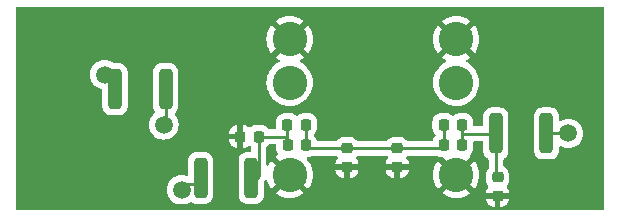
<source format=gbl>
G04 #@! TF.GenerationSoftware,KiCad,Pcbnew,7.0.9*
G04 #@! TF.CreationDate,2023-11-27T12:39:35-05:00*
G04 #@! TF.ProjectId,GE_3T_Wantcom_motherboard,47455f33-545f-4576-916e-74636f6d5f6d,0*
G04 #@! TF.SameCoordinates,Original*
G04 #@! TF.FileFunction,Copper,L2,Bot*
G04 #@! TF.FilePolarity,Positive*
%FSLAX46Y46*%
G04 Gerber Fmt 4.6, Leading zero omitted, Abs format (unit mm)*
G04 Created by KiCad (PCBNEW 7.0.9) date 2023-11-27 12:39:35*
%MOMM*%
%LPD*%
G01*
G04 APERTURE LIST*
G04 Aperture macros list*
%AMRoundRect*
0 Rectangle with rounded corners*
0 $1 Rounding radius*
0 $2 $3 $4 $5 $6 $7 $8 $9 X,Y pos of 4 corners*
0 Add a 4 corners polygon primitive as box body*
4,1,4,$2,$3,$4,$5,$6,$7,$8,$9,$2,$3,0*
0 Add four circle primitives for the rounded corners*
1,1,$1+$1,$2,$3*
1,1,$1+$1,$4,$5*
1,1,$1+$1,$6,$7*
1,1,$1+$1,$8,$9*
0 Add four rect primitives between the rounded corners*
20,1,$1+$1,$2,$3,$4,$5,0*
20,1,$1+$1,$4,$5,$6,$7,0*
20,1,$1+$1,$6,$7,$8,$9,0*
20,1,$1+$1,$8,$9,$2,$3,0*%
G04 Aperture macros list end*
G04 #@! TA.AperFunction,ComponentPad*
%ADD10C,3.500000*%
G04 #@! TD*
G04 #@! TA.AperFunction,ComponentPad*
%ADD11C,2.920000*%
G04 #@! TD*
G04 #@! TA.AperFunction,HeatsinkPad*
%ADD12R,1.500000X1.500000*%
G04 #@! TD*
G04 #@! TA.AperFunction,ComponentPad*
%ADD13R,1.500000X1.500000*%
G04 #@! TD*
G04 #@! TA.AperFunction,SMDPad,CuDef*
%ADD14RoundRect,0.225000X0.225000X0.250000X-0.225000X0.250000X-0.225000X-0.250000X0.225000X-0.250000X0*%
G04 #@! TD*
G04 #@! TA.AperFunction,SMDPad,CuDef*
%ADD15RoundRect,0.250000X-0.312500X-1.450000X0.312500X-1.450000X0.312500X1.450000X-0.312500X1.450000X0*%
G04 #@! TD*
G04 #@! TA.AperFunction,SMDPad,CuDef*
%ADD16RoundRect,0.250000X0.312500X1.450000X-0.312500X1.450000X-0.312500X-1.450000X0.312500X-1.450000X0*%
G04 #@! TD*
G04 #@! TA.AperFunction,SMDPad,CuDef*
%ADD17RoundRect,0.225000X0.250000X-0.225000X0.250000X0.225000X-0.250000X0.225000X-0.250000X-0.225000X0*%
G04 #@! TD*
G04 #@! TA.AperFunction,SMDPad,CuDef*
%ADD18RoundRect,0.218750X-0.218750X-0.256250X0.218750X-0.256250X0.218750X0.256250X-0.218750X0.256250X0*%
G04 #@! TD*
G04 #@! TA.AperFunction,SMDPad,CuDef*
%ADD19RoundRect,0.225000X-0.225000X-0.250000X0.225000X-0.250000X0.225000X0.250000X-0.225000X0.250000X0*%
G04 #@! TD*
G04 #@! TA.AperFunction,ViaPad*
%ADD20C,1.500000*%
G04 #@! TD*
G04 #@! TA.AperFunction,Conductor*
%ADD21C,0.250000*%
G04 #@! TD*
G04 APERTURE END LIST*
D10*
X158000000Y-114750000D03*
X167500000Y-102500000D03*
X202500000Y-102500000D03*
X202500000Y-114750000D03*
D11*
X178400000Y-106450000D03*
X192500000Y-106450000D03*
X178400000Y-102750000D03*
X178400000Y-114250000D03*
D12*
X181450000Y-102450000D03*
D13*
X181450000Y-106450000D03*
X181450000Y-110450000D03*
X181450000Y-114450000D03*
D12*
X185450000Y-102450000D03*
D13*
X185450000Y-106450000D03*
X185450000Y-110450000D03*
X185450000Y-114450000D03*
D12*
X189450000Y-102450000D03*
D13*
X189450000Y-106450000D03*
X189450000Y-110450000D03*
X189450000Y-114450000D03*
D11*
X192500000Y-102750000D03*
X192500000Y-114250000D03*
D14*
X179775000Y-111750000D03*
X178225000Y-111750000D03*
D15*
X170862500Y-114500000D03*
X175137500Y-114500000D03*
D14*
X192987500Y-111750000D03*
X191437500Y-111750000D03*
D16*
X200137500Y-110740000D03*
X195862500Y-110740000D03*
D17*
X183250000Y-113550000D03*
X183250000Y-112000000D03*
D18*
X191425000Y-110000000D03*
X193000000Y-110000000D03*
X178212500Y-110000000D03*
X179787500Y-110000000D03*
D19*
X174225000Y-111000000D03*
X175775000Y-111000000D03*
D15*
X163612500Y-107000000D03*
X167887500Y-107000000D03*
D17*
X187500000Y-113550000D03*
X187500000Y-112000000D03*
X196000000Y-116015000D03*
X196000000Y-114465000D03*
D20*
X170784800Y-104250000D03*
X156250000Y-106250000D03*
X170750000Y-111500000D03*
X157250000Y-101750000D03*
X204000000Y-111500000D03*
X156250000Y-111000000D03*
X202000000Y-110740000D03*
X167750000Y-110000000D03*
X169250000Y-115500000D03*
X162750000Y-105750000D03*
D21*
X167750000Y-110000000D02*
X167887500Y-109862500D01*
X167887500Y-109862500D02*
X167887500Y-107250000D01*
X178212500Y-111737500D02*
X178225000Y-111750000D01*
X175775000Y-111000000D02*
X178212500Y-111000000D01*
X175775000Y-114362500D02*
X175137500Y-115000000D01*
X178212500Y-109750000D02*
X178212500Y-110500000D01*
X178212500Y-110500000D02*
X178212500Y-111000000D01*
X175775000Y-111000000D02*
X175775000Y-114362500D01*
X178212500Y-111000000D02*
X178212500Y-111737500D01*
X191425000Y-109750000D02*
X191425000Y-111737500D01*
X179787500Y-111737500D02*
X179775000Y-111750000D01*
X191425000Y-111737500D02*
X191437500Y-111750000D01*
X191437500Y-112000000D02*
X179775000Y-112000000D01*
X179787500Y-109750000D02*
X179787500Y-111737500D01*
X195862500Y-110750000D02*
X193000000Y-110750000D01*
X195862500Y-110740000D02*
X195862500Y-112990000D01*
X193000000Y-109750000D02*
X193000000Y-110500000D01*
X195862500Y-114327500D02*
X196000000Y-114465000D01*
X195862500Y-112990000D02*
X195862500Y-114327500D01*
X193000000Y-110500000D02*
X193000000Y-111737500D01*
X193000000Y-111737500D02*
X192987500Y-111750000D01*
X202000000Y-110740000D02*
X200137500Y-110740000D01*
X169750000Y-115000000D02*
X170862500Y-115000000D01*
X169250000Y-115500000D02*
X169750000Y-115000000D01*
X162750000Y-105750000D02*
X163612500Y-105750000D01*
G04 #@! TA.AperFunction,Conductor*
G36*
X177217539Y-111645185D02*
G01*
X177263294Y-111697989D01*
X177274500Y-111749500D01*
X177274500Y-112048336D01*
X177274501Y-112048355D01*
X177284650Y-112147707D01*
X177284651Y-112147710D01*
X177337996Y-112308694D01*
X177338001Y-112308705D01*
X177402264Y-112412890D01*
X177420705Y-112480282D01*
X177399783Y-112546946D01*
X177356157Y-112586817D01*
X177337642Y-112596927D01*
X177202011Y-112698458D01*
X177910261Y-113406708D01*
X177840141Y-113445629D01*
X177689683Y-113574793D01*
X177568305Y-113731600D01*
X177555056Y-113758609D01*
X176848458Y-113052011D01*
X176746927Y-113187642D01*
X176633332Y-113395677D01*
X176583927Y-113445082D01*
X176515654Y-113459934D01*
X176450190Y-113435517D01*
X176408318Y-113379584D01*
X176400500Y-113336250D01*
X176400500Y-111924546D01*
X176420185Y-111857507D01*
X176447596Y-111827274D01*
X176453032Y-111822975D01*
X176453044Y-111822968D01*
X176572968Y-111703044D01*
X176584465Y-111684403D01*
X176636412Y-111637679D01*
X176690004Y-111625500D01*
X177150500Y-111625500D01*
X177217539Y-111645185D01*
G37*
G04 #@! TD.AperFunction*
G04 #@! TA.AperFunction,Conductor*
G36*
X204942539Y-100020185D02*
G01*
X204988294Y-100072989D01*
X204999500Y-100124500D01*
X204999500Y-117125500D01*
X204979815Y-117192539D01*
X204927011Y-117238294D01*
X204875500Y-117249500D01*
X155374500Y-117249500D01*
X155307461Y-117229815D01*
X155261706Y-117177011D01*
X155250500Y-117125500D01*
X155250500Y-115500002D01*
X167994723Y-115500002D01*
X168013793Y-115717975D01*
X168013793Y-115717979D01*
X168070422Y-115929322D01*
X168070424Y-115929326D01*
X168070425Y-115929330D01*
X168116661Y-116028484D01*
X168162897Y-116127638D01*
X168162898Y-116127639D01*
X168288402Y-116306877D01*
X168443123Y-116461598D01*
X168622361Y-116587102D01*
X168820670Y-116679575D01*
X169032023Y-116736207D01*
X169214926Y-116752208D01*
X169249998Y-116755277D01*
X169250000Y-116755277D01*
X169250002Y-116755277D01*
X169278254Y-116752805D01*
X169467977Y-116736207D01*
X169679330Y-116679575D01*
X169877639Y-116587102D01*
X169925761Y-116553405D01*
X169939939Y-116543479D01*
X170006145Y-116521151D01*
X170073912Y-116538161D01*
X170076160Y-116539514D01*
X170081342Y-116542710D01*
X170081344Y-116542712D01*
X170230666Y-116634814D01*
X170397203Y-116689999D01*
X170499991Y-116700500D01*
X171225008Y-116700499D01*
X171225016Y-116700498D01*
X171225019Y-116700498D01*
X171301042Y-116692732D01*
X171327797Y-116689999D01*
X171494334Y-116634814D01*
X171643656Y-116542712D01*
X171767712Y-116418656D01*
X171859814Y-116269334D01*
X171914999Y-116102797D01*
X171925500Y-116000009D01*
X171925500Y-116000001D01*
X174074500Y-116000001D01*
X174074501Y-116000018D01*
X174085000Y-116102796D01*
X174085001Y-116102799D01*
X174140185Y-116269331D01*
X174140187Y-116269336D01*
X174163345Y-116306881D01*
X174232288Y-116418656D01*
X174356344Y-116542712D01*
X174505666Y-116634814D01*
X174672203Y-116689999D01*
X174774991Y-116700500D01*
X175500008Y-116700499D01*
X175500016Y-116700498D01*
X175500019Y-116700498D01*
X175576042Y-116692732D01*
X175602797Y-116689999D01*
X175769334Y-116634814D01*
X175918656Y-116542712D01*
X176042712Y-116418656D01*
X176134814Y-116269334D01*
X176136250Y-116265000D01*
X195025001Y-116265000D01*
X195025001Y-116288322D01*
X195035144Y-116387607D01*
X195088452Y-116548481D01*
X195088457Y-116548492D01*
X195177424Y-116692728D01*
X195177427Y-116692732D01*
X195297267Y-116812572D01*
X195297271Y-116812575D01*
X195441507Y-116901542D01*
X195441518Y-116901547D01*
X195602393Y-116954855D01*
X195701683Y-116964999D01*
X195749999Y-116964998D01*
X195750000Y-116964998D01*
X195750000Y-116265000D01*
X196250000Y-116265000D01*
X196250000Y-116964999D01*
X196298308Y-116964999D01*
X196298322Y-116964998D01*
X196397607Y-116954855D01*
X196558481Y-116901547D01*
X196558492Y-116901542D01*
X196702728Y-116812575D01*
X196702732Y-116812572D01*
X196822572Y-116692732D01*
X196822575Y-116692728D01*
X196911542Y-116548492D01*
X196911547Y-116548481D01*
X196964855Y-116387606D01*
X196974999Y-116288322D01*
X196975000Y-116288309D01*
X196975000Y-116265000D01*
X196250000Y-116265000D01*
X195750000Y-116265000D01*
X195025001Y-116265000D01*
X176136250Y-116265000D01*
X176189999Y-116102797D01*
X176200500Y-116000009D01*
X176200499Y-114872953D01*
X176220184Y-114805915D01*
X176236822Y-114785269D01*
X176245115Y-114776976D01*
X176245115Y-114776975D01*
X176245120Y-114776971D01*
X176249379Y-114771478D01*
X176253152Y-114767061D01*
X176285062Y-114733082D01*
X176285067Y-114733071D01*
X176287227Y-114730101D01*
X176289530Y-114728324D01*
X176290406Y-114727392D01*
X176290556Y-114727533D01*
X176342553Y-114687430D01*
X176412166Y-114681445D01*
X176473964Y-114714045D01*
X176508327Y-114774880D01*
X176508718Y-114776616D01*
X176514589Y-114803603D01*
X176612567Y-115066294D01*
X176612569Y-115066298D01*
X176746927Y-115312357D01*
X176746932Y-115312365D01*
X176848457Y-115447988D01*
X176848458Y-115447988D01*
X177556496Y-114739949D01*
X177625018Y-114849881D01*
X177761637Y-114993604D01*
X177908044Y-115095507D01*
X177202010Y-115801540D01*
X177202011Y-115801541D01*
X177337634Y-115903067D01*
X177337642Y-115903072D01*
X177583701Y-116037430D01*
X177583705Y-116037432D01*
X177846400Y-116135411D01*
X178120341Y-116195004D01*
X178120348Y-116195005D01*
X178399999Y-116215007D01*
X178400001Y-116215007D01*
X178679651Y-116195005D01*
X178679658Y-116195004D01*
X178953599Y-116135411D01*
X179216294Y-116037432D01*
X179216298Y-116037430D01*
X179462357Y-115903072D01*
X179462358Y-115903071D01*
X179597988Y-115801540D01*
X178889738Y-115093291D01*
X178959859Y-115054371D01*
X179110317Y-114925207D01*
X179231695Y-114768400D01*
X179244943Y-114741391D01*
X179951540Y-115447988D01*
X180053071Y-115312358D01*
X180053072Y-115312357D01*
X180187430Y-115066298D01*
X180187432Y-115066294D01*
X180285411Y-114803599D01*
X180345004Y-114529658D01*
X180345005Y-114529651D01*
X180365007Y-114250001D01*
X180365007Y-114249998D01*
X180345005Y-113970348D01*
X180345004Y-113970341D01*
X180307948Y-113800000D01*
X182275001Y-113800000D01*
X182275001Y-113823322D01*
X182285144Y-113922607D01*
X182338452Y-114083481D01*
X182338457Y-114083492D01*
X182427424Y-114227728D01*
X182427427Y-114227732D01*
X182547267Y-114347572D01*
X182547271Y-114347575D01*
X182691507Y-114436542D01*
X182691518Y-114436547D01*
X182852393Y-114489855D01*
X182951683Y-114499999D01*
X182999999Y-114499998D01*
X183000000Y-114499998D01*
X183000000Y-113800000D01*
X183500000Y-113800000D01*
X183500000Y-114499999D01*
X183548308Y-114499999D01*
X183548322Y-114499998D01*
X183647607Y-114489855D01*
X183808481Y-114436547D01*
X183808492Y-114436542D01*
X183952728Y-114347575D01*
X183952732Y-114347572D01*
X184072572Y-114227732D01*
X184072575Y-114227728D01*
X184161542Y-114083492D01*
X184161547Y-114083481D01*
X184214855Y-113922606D01*
X184224999Y-113823322D01*
X184225000Y-113823309D01*
X184225000Y-113800000D01*
X186525001Y-113800000D01*
X186525001Y-113823322D01*
X186535144Y-113922607D01*
X186588452Y-114083481D01*
X186588457Y-114083492D01*
X186677424Y-114227728D01*
X186677427Y-114227732D01*
X186797267Y-114347572D01*
X186797271Y-114347575D01*
X186941507Y-114436542D01*
X186941518Y-114436547D01*
X187102393Y-114489855D01*
X187201683Y-114499999D01*
X187249999Y-114499998D01*
X187250000Y-114499998D01*
X187250000Y-113800000D01*
X187750000Y-113800000D01*
X187750000Y-114499999D01*
X187798308Y-114499999D01*
X187798322Y-114499998D01*
X187897607Y-114489855D01*
X188058481Y-114436547D01*
X188058492Y-114436542D01*
X188202728Y-114347575D01*
X188202732Y-114347572D01*
X188322572Y-114227732D01*
X188322575Y-114227728D01*
X188411542Y-114083492D01*
X188411547Y-114083481D01*
X188464855Y-113922606D01*
X188474999Y-113823322D01*
X188475000Y-113823309D01*
X188475000Y-113800000D01*
X187750000Y-113800000D01*
X187250000Y-113800000D01*
X186525001Y-113800000D01*
X184225000Y-113800000D01*
X183500000Y-113800000D01*
X183000000Y-113800000D01*
X182275001Y-113800000D01*
X180307948Y-113800000D01*
X180285411Y-113696400D01*
X180187432Y-113433705D01*
X180187430Y-113433701D01*
X180053072Y-113187642D01*
X180053067Y-113187634D01*
X179885059Y-112963201D01*
X179885043Y-112963183D01*
X179859040Y-112937180D01*
X179825555Y-112875857D01*
X179830539Y-112806165D01*
X179872411Y-112750232D01*
X179937875Y-112725815D01*
X179946715Y-112725499D01*
X180048344Y-112725499D01*
X180048352Y-112725498D01*
X180048355Y-112725498D01*
X180102760Y-112719940D01*
X180147708Y-112715349D01*
X180308697Y-112662003D01*
X180337946Y-112643961D01*
X180403043Y-112625500D01*
X182325453Y-112625500D01*
X182392492Y-112645185D01*
X182422724Y-112672595D01*
X182427036Y-112678049D01*
X182436659Y-112687672D01*
X182470144Y-112748995D01*
X182465160Y-112818687D01*
X182436665Y-112863028D01*
X182427430Y-112872264D01*
X182427424Y-112872271D01*
X182338457Y-113016507D01*
X182338452Y-113016518D01*
X182285144Y-113177393D01*
X182275000Y-113276677D01*
X182275000Y-113300000D01*
X184224999Y-113300000D01*
X184224999Y-113276692D01*
X184224998Y-113276677D01*
X184214855Y-113177392D01*
X184161547Y-113016518D01*
X184161542Y-113016507D01*
X184072575Y-112872271D01*
X184072572Y-112872267D01*
X184063339Y-112863034D01*
X184029854Y-112801711D01*
X184034838Y-112732019D01*
X184063343Y-112687668D01*
X184072968Y-112678044D01*
X184072970Y-112678039D01*
X184077281Y-112672590D01*
X184134303Y-112632213D01*
X184174548Y-112625500D01*
X186575453Y-112625500D01*
X186642492Y-112645185D01*
X186672724Y-112672595D01*
X186677036Y-112678049D01*
X186686659Y-112687672D01*
X186720144Y-112748995D01*
X186715160Y-112818687D01*
X186686665Y-112863028D01*
X186677430Y-112872264D01*
X186677424Y-112872271D01*
X186588457Y-113016507D01*
X186588452Y-113016518D01*
X186535144Y-113177393D01*
X186525000Y-113276677D01*
X186525000Y-113300000D01*
X188474999Y-113300000D01*
X188474999Y-113276692D01*
X188474998Y-113276677D01*
X188464855Y-113177392D01*
X188411547Y-113016518D01*
X188411542Y-113016507D01*
X188322575Y-112872271D01*
X188322572Y-112872267D01*
X188313339Y-112863034D01*
X188279854Y-112801711D01*
X188284838Y-112732019D01*
X188313343Y-112687668D01*
X188322968Y-112678044D01*
X188322970Y-112678039D01*
X188327281Y-112672590D01*
X188384303Y-112632213D01*
X188424548Y-112625500D01*
X190809457Y-112625500D01*
X190874553Y-112643961D01*
X190898377Y-112658656D01*
X190901643Y-112660671D01*
X190903803Y-112662003D01*
X191064792Y-112715349D01*
X191164155Y-112725500D01*
X191277691Y-112725499D01*
X191344729Y-112745183D01*
X191365371Y-112761818D01*
X192010261Y-113406708D01*
X191940141Y-113445629D01*
X191789683Y-113574793D01*
X191668305Y-113731600D01*
X191655056Y-113758609D01*
X190948458Y-113052011D01*
X190846927Y-113187642D01*
X190712569Y-113433701D01*
X190712567Y-113433705D01*
X190614588Y-113696400D01*
X190554995Y-113970341D01*
X190554994Y-113970348D01*
X190534993Y-114249998D01*
X190534993Y-114250001D01*
X190554994Y-114529651D01*
X190554995Y-114529658D01*
X190614588Y-114803599D01*
X190712567Y-115066294D01*
X190712569Y-115066298D01*
X190846927Y-115312357D01*
X190846932Y-115312365D01*
X190948457Y-115447988D01*
X190948458Y-115447988D01*
X191656496Y-114739949D01*
X191725018Y-114849881D01*
X191861637Y-114993604D01*
X192008044Y-115095507D01*
X191302010Y-115801540D01*
X191302011Y-115801541D01*
X191437634Y-115903067D01*
X191437642Y-115903072D01*
X191683701Y-116037430D01*
X191683705Y-116037432D01*
X191946400Y-116135411D01*
X192220341Y-116195004D01*
X192220348Y-116195005D01*
X192499999Y-116215007D01*
X192500001Y-116215007D01*
X192779651Y-116195005D01*
X192779658Y-116195004D01*
X193053599Y-116135411D01*
X193316294Y-116037432D01*
X193316298Y-116037430D01*
X193562357Y-115903072D01*
X193562358Y-115903071D01*
X193697988Y-115801540D01*
X192989738Y-115093291D01*
X193059859Y-115054371D01*
X193210317Y-114925207D01*
X193331695Y-114768400D01*
X193344943Y-114741391D01*
X194051540Y-115447988D01*
X194153071Y-115312358D01*
X194153072Y-115312357D01*
X194287430Y-115066298D01*
X194287432Y-115066294D01*
X194385411Y-114803599D01*
X194445004Y-114529658D01*
X194445005Y-114529651D01*
X194465007Y-114250001D01*
X194465007Y-114249998D01*
X194445005Y-113970348D01*
X194445004Y-113970341D01*
X194385411Y-113696400D01*
X194287432Y-113433705D01*
X194287430Y-113433701D01*
X194153072Y-113187642D01*
X194153067Y-113187634D01*
X194051541Y-113052011D01*
X194051540Y-113052010D01*
X193343502Y-113760048D01*
X193274982Y-113650119D01*
X193138363Y-113506396D01*
X192991954Y-113404492D01*
X193697988Y-112698458D01*
X193696862Y-112682720D01*
X193680356Y-112660671D01*
X193675370Y-112590980D01*
X193708851Y-112529660D01*
X193785468Y-112453044D01*
X193874503Y-112308697D01*
X193927849Y-112147708D01*
X193938000Y-112048345D01*
X193937999Y-111499499D01*
X193957683Y-111432461D01*
X194010487Y-111386706D01*
X194061999Y-111375500D01*
X194675501Y-111375500D01*
X194742540Y-111395185D01*
X194788295Y-111447989D01*
X194799501Y-111499500D01*
X194799501Y-112240018D01*
X194810000Y-112342796D01*
X194810001Y-112342799D01*
X194865185Y-112509331D01*
X194865187Y-112509336D01*
X194888385Y-112546946D01*
X194957288Y-112658656D01*
X195081344Y-112782712D01*
X195178097Y-112842389D01*
X195224821Y-112894335D01*
X195237000Y-112947927D01*
X195237000Y-113675626D01*
X195217315Y-113742665D01*
X195200681Y-113763307D01*
X195177032Y-113786955D01*
X195177029Y-113786959D01*
X195088001Y-113931294D01*
X195087996Y-113931305D01*
X195034651Y-114092290D01*
X195024500Y-114191647D01*
X195024500Y-114738337D01*
X195024501Y-114738355D01*
X195034650Y-114837707D01*
X195034651Y-114837710D01*
X195087996Y-114998694D01*
X195088001Y-114998705D01*
X195177029Y-115143040D01*
X195177032Y-115143044D01*
X195186660Y-115152672D01*
X195220145Y-115213995D01*
X195215161Y-115283687D01*
X195186663Y-115328031D01*
X195177428Y-115337265D01*
X195177424Y-115337271D01*
X195088457Y-115481507D01*
X195088452Y-115481518D01*
X195035144Y-115642393D01*
X195025000Y-115741677D01*
X195025000Y-115765000D01*
X196974999Y-115765000D01*
X196974999Y-115741692D01*
X196974998Y-115741677D01*
X196964855Y-115642392D01*
X196911547Y-115481518D01*
X196911542Y-115481507D01*
X196822575Y-115337271D01*
X196822572Y-115337267D01*
X196813339Y-115328034D01*
X196779854Y-115266711D01*
X196784838Y-115197019D01*
X196813343Y-115152668D01*
X196822968Y-115143044D01*
X196912003Y-114998697D01*
X196965349Y-114837708D01*
X196975500Y-114738345D01*
X196975499Y-114191656D01*
X196975434Y-114191024D01*
X196965349Y-114092292D01*
X196965348Y-114092289D01*
X196924941Y-113970348D01*
X196912003Y-113931303D01*
X196911999Y-113931297D01*
X196911998Y-113931294D01*
X196822970Y-113786959D01*
X196822967Y-113786955D01*
X196703043Y-113667031D01*
X196552550Y-113574205D01*
X196553346Y-113572914D01*
X196507153Y-113532238D01*
X196488000Y-113466033D01*
X196488000Y-112947927D01*
X196507685Y-112880888D01*
X196546901Y-112842390D01*
X196643656Y-112782712D01*
X196767712Y-112658656D01*
X196859814Y-112509334D01*
X196914999Y-112342797D01*
X196925500Y-112240009D01*
X196925500Y-112240001D01*
X199074500Y-112240001D01*
X199074501Y-112240018D01*
X199085000Y-112342796D01*
X199085001Y-112342799D01*
X199140185Y-112509331D01*
X199140187Y-112509336D01*
X199163385Y-112546946D01*
X199232288Y-112658656D01*
X199356344Y-112782712D01*
X199505666Y-112874814D01*
X199672203Y-112929999D01*
X199774991Y-112940500D01*
X200500008Y-112940499D01*
X200500016Y-112940498D01*
X200500019Y-112940498D01*
X200556302Y-112934748D01*
X200602797Y-112929999D01*
X200769334Y-112874814D01*
X200918656Y-112782712D01*
X201042712Y-112658656D01*
X201134814Y-112509334D01*
X201189999Y-112342797D01*
X201200500Y-112240009D01*
X201200499Y-111941600D01*
X201220183Y-111874563D01*
X201272987Y-111828808D01*
X201342146Y-111818864D01*
X201376901Y-111829219D01*
X201570670Y-111919575D01*
X201782023Y-111976207D01*
X201964926Y-111992208D01*
X201999998Y-111995277D01*
X202000000Y-111995277D01*
X202000002Y-111995277D01*
X202028254Y-111992805D01*
X202217977Y-111976207D01*
X202429330Y-111919575D01*
X202627639Y-111827102D01*
X202806877Y-111701598D01*
X202961598Y-111546877D01*
X203087102Y-111367639D01*
X203179575Y-111169330D01*
X203236207Y-110957977D01*
X203255277Y-110740000D01*
X203236207Y-110522023D01*
X203179575Y-110310670D01*
X203087102Y-110112362D01*
X203087100Y-110112359D01*
X203087099Y-110112357D01*
X202961599Y-109933124D01*
X202961598Y-109933123D01*
X202806877Y-109778402D01*
X202668978Y-109681844D01*
X202627638Y-109652897D01*
X202508441Y-109597315D01*
X202429330Y-109560425D01*
X202429326Y-109560424D01*
X202429322Y-109560422D01*
X202217977Y-109503793D01*
X202000002Y-109484723D01*
X201999998Y-109484723D01*
X201854682Y-109497436D01*
X201782023Y-109503793D01*
X201782020Y-109503793D01*
X201570677Y-109560422D01*
X201570668Y-109560426D01*
X201376904Y-109650780D01*
X201307826Y-109661272D01*
X201244042Y-109632752D01*
X201205803Y-109574276D01*
X201200499Y-109538398D01*
X201200499Y-109239998D01*
X201200498Y-109239981D01*
X201189999Y-109137203D01*
X201189998Y-109137200D01*
X201162134Y-109053112D01*
X201134814Y-108970666D01*
X201042712Y-108821344D01*
X200918656Y-108697288D01*
X200769334Y-108605186D01*
X200602797Y-108550001D01*
X200602795Y-108550000D01*
X200500010Y-108539500D01*
X199774998Y-108539500D01*
X199774980Y-108539501D01*
X199672203Y-108550000D01*
X199672200Y-108550001D01*
X199505668Y-108605185D01*
X199505663Y-108605187D01*
X199356342Y-108697289D01*
X199232289Y-108821342D01*
X199140187Y-108970663D01*
X199140186Y-108970666D01*
X199085001Y-109137203D01*
X199085001Y-109137204D01*
X199085000Y-109137204D01*
X199074500Y-109239983D01*
X199074500Y-112240001D01*
X196925500Y-112240001D01*
X196925499Y-109239992D01*
X196914999Y-109137203D01*
X196859814Y-108970666D01*
X196767712Y-108821344D01*
X196643656Y-108697288D01*
X196494334Y-108605186D01*
X196327797Y-108550001D01*
X196327795Y-108550000D01*
X196225010Y-108539500D01*
X195499998Y-108539500D01*
X195499980Y-108539501D01*
X195397203Y-108550000D01*
X195397200Y-108550001D01*
X195230668Y-108605185D01*
X195230663Y-108605187D01*
X195081342Y-108697289D01*
X194957289Y-108821342D01*
X194865187Y-108970663D01*
X194865186Y-108970666D01*
X194810001Y-109137203D01*
X194810001Y-109137204D01*
X194810000Y-109137204D01*
X194799500Y-109239983D01*
X194799500Y-110000500D01*
X194779815Y-110067539D01*
X194727011Y-110113294D01*
X194675500Y-110124500D01*
X194062000Y-110124500D01*
X193994961Y-110104815D01*
X193949206Y-110052011D01*
X193938000Y-110000500D01*
X193938000Y-109695831D01*
X193937999Y-109695818D01*
X193927936Y-109597316D01*
X193927936Y-109597315D01*
X193875049Y-109437713D01*
X193875045Y-109437707D01*
X193875044Y-109437704D01*
X193786783Y-109294612D01*
X193786780Y-109294608D01*
X193667891Y-109175719D01*
X193667887Y-109175716D01*
X193524795Y-109087455D01*
X193524789Y-109087452D01*
X193524787Y-109087451D01*
X193365185Y-109034564D01*
X193365183Y-109034563D01*
X193266681Y-109024500D01*
X193266674Y-109024500D01*
X192733326Y-109024500D01*
X192733318Y-109024500D01*
X192634816Y-109034563D01*
X192634815Y-109034564D01*
X192578841Y-109053112D01*
X192475215Y-109087450D01*
X192475204Y-109087455D01*
X192332112Y-109175716D01*
X192332108Y-109175719D01*
X192300181Y-109207647D01*
X192238858Y-109241132D01*
X192169166Y-109236148D01*
X192124819Y-109207647D01*
X192092891Y-109175719D01*
X192092887Y-109175716D01*
X191949795Y-109087455D01*
X191949789Y-109087452D01*
X191949787Y-109087451D01*
X191790185Y-109034564D01*
X191790183Y-109034563D01*
X191691681Y-109024500D01*
X191691674Y-109024500D01*
X191158326Y-109024500D01*
X191158318Y-109024500D01*
X191059816Y-109034563D01*
X191059815Y-109034564D01*
X191003841Y-109053112D01*
X190900215Y-109087450D01*
X190900204Y-109087455D01*
X190757112Y-109175716D01*
X190757108Y-109175719D01*
X190638219Y-109294608D01*
X190638216Y-109294612D01*
X190549955Y-109437704D01*
X190549951Y-109437713D01*
X190497064Y-109597315D01*
X190497064Y-109597316D01*
X190497063Y-109597316D01*
X190487000Y-109695818D01*
X190487000Y-110304181D01*
X190497063Y-110402683D01*
X190549950Y-110562284D01*
X190549955Y-110562295D01*
X190638216Y-110705387D01*
X190638219Y-110705391D01*
X190721976Y-110789148D01*
X190755461Y-110850471D01*
X190750477Y-110920163D01*
X190721977Y-110964509D01*
X190639532Y-111046955D01*
X190639529Y-111046959D01*
X190550501Y-111191294D01*
X190550496Y-111191305D01*
X190517957Y-111289504D01*
X190478185Y-111346949D01*
X190413669Y-111373772D01*
X190400251Y-111374500D01*
X188424547Y-111374500D01*
X188357508Y-111354815D01*
X188327276Y-111327405D01*
X188322967Y-111321955D01*
X188290516Y-111289504D01*
X188203044Y-111202032D01*
X188203041Y-111202030D01*
X188203040Y-111202029D01*
X188058705Y-111113001D01*
X188058699Y-111112998D01*
X188058697Y-111112997D01*
X188058694Y-111112996D01*
X187897709Y-111059651D01*
X187798346Y-111049500D01*
X187201662Y-111049500D01*
X187201644Y-111049501D01*
X187102292Y-111059650D01*
X187102289Y-111059651D01*
X186941305Y-111112996D01*
X186941294Y-111113001D01*
X186796959Y-111202029D01*
X186677032Y-111321955D01*
X186672724Y-111327405D01*
X186615704Y-111367785D01*
X186575453Y-111374500D01*
X184174547Y-111374500D01*
X184107508Y-111354815D01*
X184077276Y-111327405D01*
X184072967Y-111321955D01*
X184040516Y-111289504D01*
X183953044Y-111202032D01*
X183953041Y-111202030D01*
X183953040Y-111202029D01*
X183808705Y-111113001D01*
X183808699Y-111112998D01*
X183808697Y-111112997D01*
X183808694Y-111112996D01*
X183647709Y-111059651D01*
X183548346Y-111049500D01*
X182951662Y-111049500D01*
X182951644Y-111049501D01*
X182852292Y-111059650D01*
X182852289Y-111059651D01*
X182691305Y-111112996D01*
X182691294Y-111113001D01*
X182546959Y-111202029D01*
X182427032Y-111321955D01*
X182422724Y-111327405D01*
X182365704Y-111367785D01*
X182325453Y-111374500D01*
X180812249Y-111374500D01*
X180745210Y-111354815D01*
X180699455Y-111302011D01*
X180694543Y-111289504D01*
X180662003Y-111191303D01*
X180661999Y-111191297D01*
X180661998Y-111191294D01*
X180572970Y-111046959D01*
X180572969Y-111046958D01*
X180572968Y-111046956D01*
X180490521Y-110964509D01*
X180457038Y-110903186D01*
X180462022Y-110833495D01*
X180490519Y-110789152D01*
X180574281Y-110705391D01*
X180662549Y-110562287D01*
X180715436Y-110402685D01*
X180725500Y-110304174D01*
X180725500Y-109695826D01*
X180715436Y-109597315D01*
X180662549Y-109437713D01*
X180662545Y-109437707D01*
X180662544Y-109437704D01*
X180574283Y-109294612D01*
X180574280Y-109294608D01*
X180455391Y-109175719D01*
X180455387Y-109175716D01*
X180312295Y-109087455D01*
X180312289Y-109087452D01*
X180312287Y-109087451D01*
X180152685Y-109034564D01*
X180152683Y-109034563D01*
X180054181Y-109024500D01*
X180054174Y-109024500D01*
X179520826Y-109024500D01*
X179520818Y-109024500D01*
X179422316Y-109034563D01*
X179422315Y-109034564D01*
X179366341Y-109053112D01*
X179262715Y-109087450D01*
X179262704Y-109087455D01*
X179119612Y-109175716D01*
X179119608Y-109175719D01*
X179087681Y-109207647D01*
X179026358Y-109241132D01*
X178956666Y-109236148D01*
X178912319Y-109207647D01*
X178880391Y-109175719D01*
X178880387Y-109175716D01*
X178737295Y-109087455D01*
X178737289Y-109087452D01*
X178737287Y-109087451D01*
X178577685Y-109034564D01*
X178577683Y-109034563D01*
X178479181Y-109024500D01*
X178479174Y-109024500D01*
X177945826Y-109024500D01*
X177945818Y-109024500D01*
X177847316Y-109034563D01*
X177847315Y-109034564D01*
X177791341Y-109053112D01*
X177687715Y-109087450D01*
X177687704Y-109087455D01*
X177544612Y-109175716D01*
X177544608Y-109175719D01*
X177425719Y-109294608D01*
X177425716Y-109294612D01*
X177337455Y-109437704D01*
X177337451Y-109437713D01*
X177284564Y-109597315D01*
X177284564Y-109597316D01*
X177284563Y-109597316D01*
X177274500Y-109695818D01*
X177274500Y-110250500D01*
X177254815Y-110317539D01*
X177202011Y-110363294D01*
X177150500Y-110374500D01*
X176690004Y-110374500D01*
X176622965Y-110354815D01*
X176584465Y-110315596D01*
X176581425Y-110310668D01*
X176572968Y-110296956D01*
X176453044Y-110177032D01*
X176453040Y-110177029D01*
X176308705Y-110088001D01*
X176308699Y-110087998D01*
X176308697Y-110087997D01*
X176308694Y-110087996D01*
X176147709Y-110034651D01*
X176048346Y-110024500D01*
X175501662Y-110024500D01*
X175501644Y-110024501D01*
X175402292Y-110034650D01*
X175402289Y-110034651D01*
X175241305Y-110087996D01*
X175241294Y-110088001D01*
X175096959Y-110177029D01*
X175096953Y-110177033D01*
X175087324Y-110186663D01*
X175026000Y-110220146D01*
X174956308Y-110215159D01*
X174911965Y-110186660D01*
X174902732Y-110177427D01*
X174902728Y-110177424D01*
X174758492Y-110088457D01*
X174758481Y-110088452D01*
X174597606Y-110035144D01*
X174498322Y-110025000D01*
X174475000Y-110025000D01*
X174475000Y-111974999D01*
X174498308Y-111974999D01*
X174498322Y-111974998D01*
X174597607Y-111964855D01*
X174758481Y-111911547D01*
X174758492Y-111911542D01*
X174902731Y-111822573D01*
X174911959Y-111813345D01*
X174973279Y-111779856D01*
X175042971Y-111784835D01*
X175087327Y-111813339D01*
X175096956Y-111822968D01*
X175096963Y-111822972D01*
X175102404Y-111827274D01*
X175142785Y-111884293D01*
X175149500Y-111924546D01*
X175149500Y-112175500D01*
X175129815Y-112242539D01*
X175077011Y-112288294D01*
X175025500Y-112299500D01*
X174774999Y-112299500D01*
X174774980Y-112299501D01*
X174672203Y-112310000D01*
X174672200Y-112310001D01*
X174505668Y-112365185D01*
X174505663Y-112365187D01*
X174356342Y-112457289D01*
X174232289Y-112581342D01*
X174140187Y-112730663D01*
X174140185Y-112730668D01*
X174134112Y-112748995D01*
X174085001Y-112897203D01*
X174085001Y-112897204D01*
X174085000Y-112897204D01*
X174074500Y-112999983D01*
X174074500Y-116000001D01*
X171925500Y-116000001D01*
X171925499Y-112999992D01*
X171914999Y-112897203D01*
X171859814Y-112730666D01*
X171767712Y-112581344D01*
X171643656Y-112457288D01*
X171494334Y-112365186D01*
X171327797Y-112310001D01*
X171327795Y-112310000D01*
X171225010Y-112299500D01*
X170499998Y-112299500D01*
X170499980Y-112299501D01*
X170397203Y-112310000D01*
X170397200Y-112310001D01*
X170230668Y-112365185D01*
X170230663Y-112365187D01*
X170081342Y-112457289D01*
X169957289Y-112581342D01*
X169865187Y-112730663D01*
X169865185Y-112730668D01*
X169859112Y-112748995D01*
X169810001Y-112897203D01*
X169810001Y-112897204D01*
X169810000Y-112897204D01*
X169799500Y-112999983D01*
X169799500Y-114191024D01*
X169779815Y-114258063D01*
X169727011Y-114303818D01*
X169657853Y-114313762D01*
X169643407Y-114310799D01*
X169467977Y-114263793D01*
X169250002Y-114244723D01*
X169249998Y-114244723D01*
X169104682Y-114257436D01*
X169032023Y-114263793D01*
X169032020Y-114263793D01*
X168820677Y-114320422D01*
X168820668Y-114320426D01*
X168622361Y-114412898D01*
X168622357Y-114412900D01*
X168443121Y-114538402D01*
X168288402Y-114693121D01*
X168162900Y-114872357D01*
X168162898Y-114872361D01*
X168070426Y-115070668D01*
X168070422Y-115070677D01*
X168013793Y-115282020D01*
X168013793Y-115282023D01*
X168009768Y-115328031D01*
X167994723Y-115499997D01*
X167994723Y-115500002D01*
X155250500Y-115500002D01*
X155250500Y-110000002D01*
X166494723Y-110000002D01*
X166502422Y-110088001D01*
X166513546Y-110215159D01*
X166513793Y-110217975D01*
X166513793Y-110217979D01*
X166570422Y-110429322D01*
X166570424Y-110429326D01*
X166570425Y-110429330D01*
X166613647Y-110522020D01*
X166662897Y-110627638D01*
X166662898Y-110627639D01*
X166788402Y-110806877D01*
X166943123Y-110961598D01*
X167122361Y-111087102D01*
X167320670Y-111179575D01*
X167532023Y-111236207D01*
X167714926Y-111252208D01*
X167749998Y-111255277D01*
X167750000Y-111255277D01*
X167750002Y-111255277D01*
X167778254Y-111252805D01*
X167810316Y-111250000D01*
X173275001Y-111250000D01*
X173275001Y-111298322D01*
X173285144Y-111397607D01*
X173338452Y-111558481D01*
X173338457Y-111558492D01*
X173427424Y-111702728D01*
X173427427Y-111702732D01*
X173547267Y-111822572D01*
X173547271Y-111822575D01*
X173691507Y-111911542D01*
X173691518Y-111911547D01*
X173852393Y-111964855D01*
X173951683Y-111974999D01*
X173975000Y-111974998D01*
X173975000Y-111250000D01*
X173275001Y-111250000D01*
X167810316Y-111250000D01*
X167967977Y-111236207D01*
X168179330Y-111179575D01*
X168377639Y-111087102D01*
X168556877Y-110961598D01*
X168711598Y-110806877D01*
X168751424Y-110750000D01*
X173275000Y-110750000D01*
X173975000Y-110750000D01*
X173975000Y-110024999D01*
X173951693Y-110025000D01*
X173951674Y-110025001D01*
X173852392Y-110035144D01*
X173691518Y-110088452D01*
X173691507Y-110088457D01*
X173547271Y-110177424D01*
X173547267Y-110177427D01*
X173427427Y-110297267D01*
X173427424Y-110297271D01*
X173338457Y-110441507D01*
X173338452Y-110441518D01*
X173285144Y-110602393D01*
X173275000Y-110701677D01*
X173275000Y-110750000D01*
X168751424Y-110750000D01*
X168837102Y-110627639D01*
X168929575Y-110429330D01*
X168986207Y-110217977D01*
X169003090Y-110024999D01*
X169005277Y-110000002D01*
X169005277Y-109999997D01*
X168999426Y-109933123D01*
X168986207Y-109782023D01*
X168929575Y-109570670D01*
X168837102Y-109372362D01*
X168837100Y-109372359D01*
X168837099Y-109372357D01*
X168711597Y-109193121D01*
X168702603Y-109184127D01*
X168669118Y-109122804D01*
X168674102Y-109053112D01*
X168702603Y-109008765D01*
X168740705Y-108970663D01*
X168792712Y-108918656D01*
X168884814Y-108769334D01*
X168939999Y-108602797D01*
X168950500Y-108500009D01*
X168950499Y-106450001D01*
X176434492Y-106450001D01*
X176454498Y-106729726D01*
X176513865Y-107002628D01*
X176514109Y-107003748D01*
X176537132Y-107065474D01*
X176612111Y-107266503D01*
X176612113Y-107266507D01*
X176746505Y-107512628D01*
X176746510Y-107512636D01*
X176914561Y-107737126D01*
X176914577Y-107737144D01*
X177112855Y-107935422D01*
X177112873Y-107935438D01*
X177337363Y-108103489D01*
X177337371Y-108103494D01*
X177583492Y-108237886D01*
X177583496Y-108237888D01*
X177583498Y-108237889D01*
X177846252Y-108335891D01*
X177983265Y-108365696D01*
X178120273Y-108395501D01*
X178120275Y-108395501D01*
X178120279Y-108395502D01*
X178368855Y-108413280D01*
X178399999Y-108415508D01*
X178400000Y-108415508D01*
X178400001Y-108415508D01*
X178428024Y-108413503D01*
X178679721Y-108395502D01*
X178953748Y-108335891D01*
X179216502Y-108237889D01*
X179462634Y-108103491D01*
X179687134Y-107935432D01*
X179885432Y-107737134D01*
X180053491Y-107512634D01*
X180187889Y-107266502D01*
X180285891Y-107003748D01*
X180345502Y-106729721D01*
X180365508Y-106450001D01*
X190534492Y-106450001D01*
X190554498Y-106729726D01*
X190613865Y-107002628D01*
X190614109Y-107003748D01*
X190637132Y-107065474D01*
X190712111Y-107266503D01*
X190712113Y-107266507D01*
X190846505Y-107512628D01*
X190846510Y-107512636D01*
X191014561Y-107737126D01*
X191014577Y-107737144D01*
X191212855Y-107935422D01*
X191212873Y-107935438D01*
X191437363Y-108103489D01*
X191437371Y-108103494D01*
X191683492Y-108237886D01*
X191683496Y-108237888D01*
X191683498Y-108237889D01*
X191946252Y-108335891D01*
X192083265Y-108365696D01*
X192220273Y-108395501D01*
X192220275Y-108395501D01*
X192220279Y-108395502D01*
X192468855Y-108413280D01*
X192499999Y-108415508D01*
X192500000Y-108415508D01*
X192500001Y-108415508D01*
X192528024Y-108413503D01*
X192779721Y-108395502D01*
X193053748Y-108335891D01*
X193316502Y-108237889D01*
X193562634Y-108103491D01*
X193787134Y-107935432D01*
X193985432Y-107737134D01*
X194153491Y-107512634D01*
X194287889Y-107266502D01*
X194385891Y-107003748D01*
X194445502Y-106729721D01*
X194465508Y-106450000D01*
X194445502Y-106170279D01*
X194385891Y-105896252D01*
X194287889Y-105633498D01*
X194214989Y-105499992D01*
X194153494Y-105387371D01*
X194153489Y-105387363D01*
X193985438Y-105162873D01*
X193985422Y-105162855D01*
X193787144Y-104964577D01*
X193787126Y-104964561D01*
X193562636Y-104796510D01*
X193562628Y-104796505D01*
X193401544Y-104708546D01*
X193352139Y-104659140D01*
X193337287Y-104590868D01*
X193361704Y-104525403D01*
X193401545Y-104490881D01*
X193562360Y-104403070D01*
X193697988Y-104301540D01*
X192989738Y-103593291D01*
X193059859Y-103554371D01*
X193210317Y-103425207D01*
X193331695Y-103268400D01*
X193344943Y-103241391D01*
X194051540Y-103947988D01*
X194153071Y-103812358D01*
X194153072Y-103812357D01*
X194287430Y-103566298D01*
X194287432Y-103566294D01*
X194385411Y-103303599D01*
X194445004Y-103029658D01*
X194445005Y-103029651D01*
X194465007Y-102750001D01*
X194465007Y-102749998D01*
X194445005Y-102470348D01*
X194445004Y-102470341D01*
X194385411Y-102196400D01*
X194287432Y-101933705D01*
X194287430Y-101933701D01*
X194153072Y-101687642D01*
X194153067Y-101687634D01*
X194051541Y-101552011D01*
X194051540Y-101552010D01*
X193343502Y-102260048D01*
X193274982Y-102150119D01*
X193138363Y-102006396D01*
X192991954Y-101904492D01*
X193697988Y-101198458D01*
X193697988Y-101198457D01*
X193562365Y-101096932D01*
X193562357Y-101096927D01*
X193316298Y-100962569D01*
X193316294Y-100962567D01*
X193053599Y-100864588D01*
X192779658Y-100804995D01*
X192779651Y-100804994D01*
X192500001Y-100784993D01*
X192499999Y-100784993D01*
X192220348Y-100804994D01*
X192220341Y-100804995D01*
X191946400Y-100864588D01*
X191683705Y-100962567D01*
X191683701Y-100962569D01*
X191437642Y-101096927D01*
X191302011Y-101198458D01*
X192010261Y-101906708D01*
X191940141Y-101945629D01*
X191789683Y-102074793D01*
X191668305Y-102231600D01*
X191655056Y-102258609D01*
X190948458Y-101552011D01*
X190846927Y-101687642D01*
X190712569Y-101933701D01*
X190712567Y-101933705D01*
X190614588Y-102196400D01*
X190554995Y-102470341D01*
X190554994Y-102470348D01*
X190534993Y-102749998D01*
X190534993Y-102750001D01*
X190554994Y-103029651D01*
X190554995Y-103029658D01*
X190614588Y-103303599D01*
X190712567Y-103566294D01*
X190712569Y-103566298D01*
X190846927Y-103812357D01*
X190846932Y-103812365D01*
X190948457Y-103947988D01*
X190948458Y-103947988D01*
X191656496Y-103239949D01*
X191725018Y-103349881D01*
X191861637Y-103493604D01*
X192008044Y-103595507D01*
X191302010Y-104301540D01*
X191302011Y-104301541D01*
X191437634Y-104403067D01*
X191437641Y-104403072D01*
X191598455Y-104490882D01*
X191647860Y-104540287D01*
X191662712Y-104608560D01*
X191638295Y-104674024D01*
X191598456Y-104708546D01*
X191437365Y-104796509D01*
X191437363Y-104796510D01*
X191212873Y-104964561D01*
X191212855Y-104964577D01*
X191014577Y-105162855D01*
X191014561Y-105162873D01*
X190846510Y-105387363D01*
X190846505Y-105387371D01*
X190712113Y-105633492D01*
X190712111Y-105633496D01*
X190614107Y-105896258D01*
X190554498Y-106170273D01*
X190534492Y-106449998D01*
X190534492Y-106450001D01*
X180365508Y-106450001D01*
X180365508Y-106450000D01*
X180345502Y-106170279D01*
X180285891Y-105896252D01*
X180187889Y-105633498D01*
X180114989Y-105499992D01*
X180053494Y-105387371D01*
X180053489Y-105387363D01*
X179885438Y-105162873D01*
X179885422Y-105162855D01*
X179687144Y-104964577D01*
X179687126Y-104964561D01*
X179462636Y-104796510D01*
X179462628Y-104796505D01*
X179301544Y-104708546D01*
X179252139Y-104659140D01*
X179237287Y-104590868D01*
X179261704Y-104525403D01*
X179301545Y-104490881D01*
X179462360Y-104403070D01*
X179597988Y-104301540D01*
X178889738Y-103593291D01*
X178959859Y-103554371D01*
X179110317Y-103425207D01*
X179231695Y-103268400D01*
X179244943Y-103241390D01*
X179951540Y-103947988D01*
X180053071Y-103812358D01*
X180053072Y-103812357D01*
X180187430Y-103566298D01*
X180187432Y-103566294D01*
X180285411Y-103303599D01*
X180345004Y-103029658D01*
X180345005Y-103029651D01*
X180365007Y-102750001D01*
X180365007Y-102749998D01*
X180345005Y-102470348D01*
X180345004Y-102470341D01*
X180285411Y-102196400D01*
X180187432Y-101933705D01*
X180187430Y-101933701D01*
X180053072Y-101687642D01*
X180053067Y-101687634D01*
X179951541Y-101552011D01*
X179951540Y-101552010D01*
X179243502Y-102260048D01*
X179174982Y-102150119D01*
X179038363Y-102006396D01*
X178891954Y-101904492D01*
X179597988Y-101198458D01*
X179597988Y-101198457D01*
X179462365Y-101096932D01*
X179462357Y-101096927D01*
X179216298Y-100962569D01*
X179216294Y-100962567D01*
X178953599Y-100864588D01*
X178679658Y-100804995D01*
X178679651Y-100804994D01*
X178400001Y-100784993D01*
X178399999Y-100784993D01*
X178120348Y-100804994D01*
X178120341Y-100804995D01*
X177846400Y-100864588D01*
X177583705Y-100962567D01*
X177583701Y-100962569D01*
X177337642Y-101096927D01*
X177202011Y-101198458D01*
X177910261Y-101906708D01*
X177840141Y-101945629D01*
X177689683Y-102074793D01*
X177568305Y-102231600D01*
X177555056Y-102258609D01*
X176848458Y-101552011D01*
X176746927Y-101687642D01*
X176612569Y-101933701D01*
X176612567Y-101933705D01*
X176514588Y-102196400D01*
X176454995Y-102470341D01*
X176454994Y-102470348D01*
X176434993Y-102749998D01*
X176434993Y-102750001D01*
X176454994Y-103029651D01*
X176454995Y-103029658D01*
X176514588Y-103303599D01*
X176612567Y-103566294D01*
X176612569Y-103566298D01*
X176746927Y-103812357D01*
X176746932Y-103812365D01*
X176848457Y-103947988D01*
X176848458Y-103947988D01*
X177556496Y-103239949D01*
X177625018Y-103349881D01*
X177761637Y-103493604D01*
X177908044Y-103595507D01*
X177202010Y-104301540D01*
X177202011Y-104301541D01*
X177337634Y-104403067D01*
X177337641Y-104403072D01*
X177498455Y-104490882D01*
X177547860Y-104540287D01*
X177562712Y-104608560D01*
X177538295Y-104674024D01*
X177498456Y-104708546D01*
X177337365Y-104796509D01*
X177337363Y-104796510D01*
X177112873Y-104964561D01*
X177112855Y-104964577D01*
X176914577Y-105162855D01*
X176914561Y-105162873D01*
X176746510Y-105387363D01*
X176746505Y-105387371D01*
X176612113Y-105633492D01*
X176612111Y-105633496D01*
X176514107Y-105896258D01*
X176454498Y-106170273D01*
X176434492Y-106449998D01*
X176434492Y-106450001D01*
X168950499Y-106450001D01*
X168950499Y-105499992D01*
X168939999Y-105397203D01*
X168884814Y-105230666D01*
X168792712Y-105081344D01*
X168668656Y-104957288D01*
X168519334Y-104865186D01*
X168352797Y-104810001D01*
X168352795Y-104810000D01*
X168250010Y-104799500D01*
X167524998Y-104799500D01*
X167524980Y-104799501D01*
X167422203Y-104810000D01*
X167422200Y-104810001D01*
X167255668Y-104865185D01*
X167255663Y-104865187D01*
X167106342Y-104957289D01*
X166982289Y-105081342D01*
X166890187Y-105230663D01*
X166890186Y-105230666D01*
X166835001Y-105397203D01*
X166835001Y-105397204D01*
X166835000Y-105397204D01*
X166824500Y-105499983D01*
X166824500Y-108500001D01*
X166824501Y-108500018D01*
X166835000Y-108602796D01*
X166835001Y-108602799D01*
X166890185Y-108769331D01*
X166890186Y-108769334D01*
X166961558Y-108885048D01*
X166979998Y-108952439D01*
X166959075Y-109019102D01*
X166943700Y-109037824D01*
X166788402Y-109193121D01*
X166662900Y-109372357D01*
X166662898Y-109372361D01*
X166570426Y-109570668D01*
X166570422Y-109570677D01*
X166513793Y-109782020D01*
X166513793Y-109782024D01*
X166494723Y-109999997D01*
X166494723Y-110000002D01*
X155250500Y-110000002D01*
X155250500Y-105750002D01*
X161494723Y-105750002D01*
X161513793Y-105967975D01*
X161513793Y-105967979D01*
X161570422Y-106179322D01*
X161570424Y-106179326D01*
X161570425Y-106179330D01*
X161616661Y-106278484D01*
X161662897Y-106377638D01*
X161662898Y-106377639D01*
X161788402Y-106556877D01*
X161943123Y-106711598D01*
X162122361Y-106837102D01*
X162320670Y-106929575D01*
X162457594Y-106966263D01*
X162517254Y-107002628D01*
X162547783Y-107065474D01*
X162549500Y-107086038D01*
X162549500Y-108500001D01*
X162549501Y-108500018D01*
X162560000Y-108602796D01*
X162560001Y-108602799D01*
X162615185Y-108769331D01*
X162615186Y-108769334D01*
X162707288Y-108918656D01*
X162831344Y-109042712D01*
X162980666Y-109134814D01*
X163147203Y-109189999D01*
X163249991Y-109200500D01*
X163975008Y-109200499D01*
X163975016Y-109200498D01*
X163975019Y-109200498D01*
X164031302Y-109194748D01*
X164077797Y-109189999D01*
X164244334Y-109134814D01*
X164393656Y-109042712D01*
X164517712Y-108918656D01*
X164609814Y-108769334D01*
X164664999Y-108602797D01*
X164675500Y-108500009D01*
X164675499Y-105499992D01*
X164664999Y-105397203D01*
X164609814Y-105230666D01*
X164517712Y-105081344D01*
X164393656Y-104957288D01*
X164244334Y-104865186D01*
X164077797Y-104810001D01*
X164077795Y-104810000D01*
X163975016Y-104799500D01*
X163975009Y-104799500D01*
X163611823Y-104799500D01*
X163544784Y-104779815D01*
X163540732Y-104777097D01*
X163377639Y-104662898D01*
X163377640Y-104662898D01*
X163377638Y-104662897D01*
X163223170Y-104590868D01*
X163179330Y-104570425D01*
X163179326Y-104570424D01*
X163179322Y-104570422D01*
X162967977Y-104513793D01*
X162750002Y-104494723D01*
X162749998Y-104494723D01*
X162638268Y-104504498D01*
X162532023Y-104513793D01*
X162532020Y-104513793D01*
X162320677Y-104570422D01*
X162320668Y-104570426D01*
X162122361Y-104662898D01*
X162122357Y-104662900D01*
X161943121Y-104788402D01*
X161788402Y-104943121D01*
X161662900Y-105122357D01*
X161662898Y-105122361D01*
X161570426Y-105320668D01*
X161570422Y-105320677D01*
X161513793Y-105532020D01*
X161513793Y-105532024D01*
X161494723Y-105749997D01*
X161494723Y-105750002D01*
X155250500Y-105750002D01*
X155250500Y-100124500D01*
X155270185Y-100057461D01*
X155322989Y-100011706D01*
X155374500Y-100000500D01*
X204875500Y-100000500D01*
X204942539Y-100020185D01*
G37*
G04 #@! TD.AperFunction*
M02*

</source>
